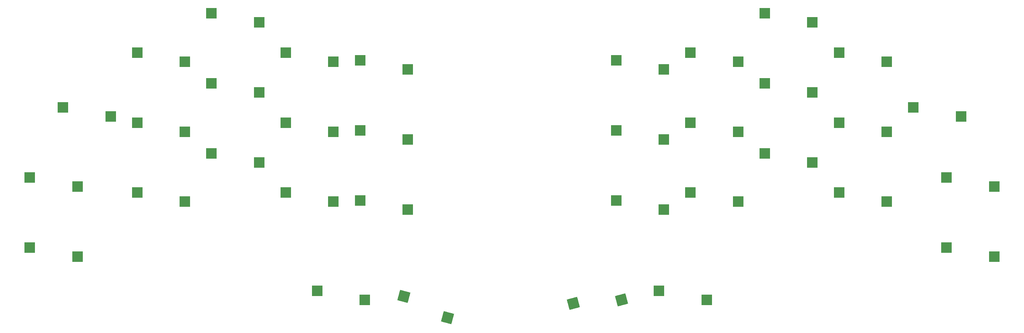
<source format=gbr>
%TF.GenerationSoftware,KiCad,Pcbnew,7.0.9*%
%TF.CreationDate,2024-04-08T09:31:46+08:00*%
%TF.ProjectId,kai_simple_v3,6b61695f-7369-46d7-906c-655f76332e6b,rev?*%
%TF.SameCoordinates,Original*%
%TF.FileFunction,Paste,Bot*%
%TF.FilePolarity,Positive*%
%FSLAX46Y46*%
G04 Gerber Fmt 4.6, Leading zero omitted, Abs format (unit mm)*
G04 Created by KiCad (PCBNEW 7.0.9) date 2024-04-08 09:31:46*
%MOMM*%
%LPD*%
G01*
G04 APERTURE LIST*
G04 Aperture macros list*
%AMRotRect*
0 Rectangle, with rotation*
0 The origin of the aperture is its center*
0 $1 length*
0 $2 width*
0 $3 Rotation angle, in degrees counterclockwise*
0 Add horizontal line*
21,1,$1,$2,0,0,$3*%
G04 Aperture macros list end*
%ADD10R,2.600000X2.600000*%
%ADD11RotRect,2.600000X2.600000X345.000000*%
%ADD12RotRect,2.600000X2.600000X15.000000*%
G04 APERTURE END LIST*
D10*
%TO.C,SW23*%
X175315571Y-86128791D03*
X186865571Y-88328791D03*
%TD*%
D11*
%TO.C,SW17*%
X123866851Y-126429339D03*
X134453893Y-131543736D03*
%TD*%
D10*
%TO.C,SW20*%
X211315571Y-57698791D03*
X222865571Y-59898791D03*
%TD*%
%TO.C,SW9*%
X95240693Y-84223791D03*
X106790693Y-86423791D03*
%TD*%
%TO.C,SW7*%
X59240693Y-84223791D03*
X70790693Y-86423791D03*
%TD*%
%TO.C,SW21*%
X229315571Y-67223791D03*
X240865571Y-69423791D03*
%TD*%
%TO.C,SW22*%
X247315571Y-80558791D03*
X258865571Y-82758791D03*
%TD*%
%TO.C,SW18*%
X175315571Y-69128791D03*
X186865571Y-71328791D03*
%TD*%
%TO.C,SW16*%
X102860693Y-125036291D03*
X114410693Y-127236291D03*
%TD*%
%TO.C,SW10*%
X113240693Y-86128791D03*
X124790693Y-88328791D03*
%TD*%
D12*
%TO.C,SW33*%
X164912599Y-128124604D03*
X176638444Y-127260281D03*
%TD*%
D10*
%TO.C,SW12*%
X59240693Y-101223791D03*
X70790693Y-103423791D03*
%TD*%
%TO.C,SW13*%
X77240693Y-91698791D03*
X88790693Y-93898791D03*
%TD*%
%TO.C,SW30*%
X211315571Y-91698791D03*
X222865571Y-93898791D03*
%TD*%
%TO.C,SW2*%
X59240693Y-67223791D03*
X70790693Y-69423791D03*
%TD*%
%TO.C,SW4*%
X95240693Y-67223791D03*
X106790693Y-69423791D03*
%TD*%
%TO.C,SW24*%
X193315571Y-84223791D03*
X204865571Y-86423791D03*
%TD*%
%TO.C,SW11*%
X33190693Y-114558791D03*
X44740693Y-116758791D03*
%TD*%
%TO.C,SW31*%
X229315571Y-101223791D03*
X240865571Y-103423791D03*
%TD*%
%TO.C,SW26*%
X229315571Y-84223791D03*
X240865571Y-86423791D03*
%TD*%
%TO.C,SW25*%
X211315571Y-74698791D03*
X222865571Y-76898791D03*
%TD*%
%TO.C,SW1*%
X41240693Y-80558791D03*
X52790693Y-82758791D03*
%TD*%
%TO.C,SW27*%
X255365571Y-97558791D03*
X266915571Y-99758791D03*
%TD*%
%TO.C,SW14*%
X95240693Y-101223791D03*
X106790693Y-103423791D03*
%TD*%
%TO.C,SW6*%
X33190693Y-97558791D03*
X44740693Y-99758791D03*
%TD*%
%TO.C,SW29*%
X193315571Y-101223791D03*
X204865571Y-103423791D03*
%TD*%
%TO.C,SW15*%
X113240693Y-103128791D03*
X124790693Y-105328791D03*
%TD*%
%TO.C,SW8*%
X77240693Y-74698791D03*
X88790693Y-76898791D03*
%TD*%
%TO.C,SW34*%
X185695571Y-125036291D03*
X197245571Y-127236291D03*
%TD*%
%TO.C,SW32*%
X255365571Y-114558791D03*
X266915571Y-116758791D03*
%TD*%
%TO.C,SW5*%
X113240693Y-69128791D03*
X124790693Y-71328791D03*
%TD*%
%TO.C,SW28*%
X175315571Y-103128791D03*
X186865571Y-105328791D03*
%TD*%
%TO.C,SW19*%
X193315571Y-67223791D03*
X204865571Y-69423791D03*
%TD*%
%TO.C,SW3*%
X77240693Y-57698791D03*
X88790693Y-59898791D03*
%TD*%
M02*

</source>
